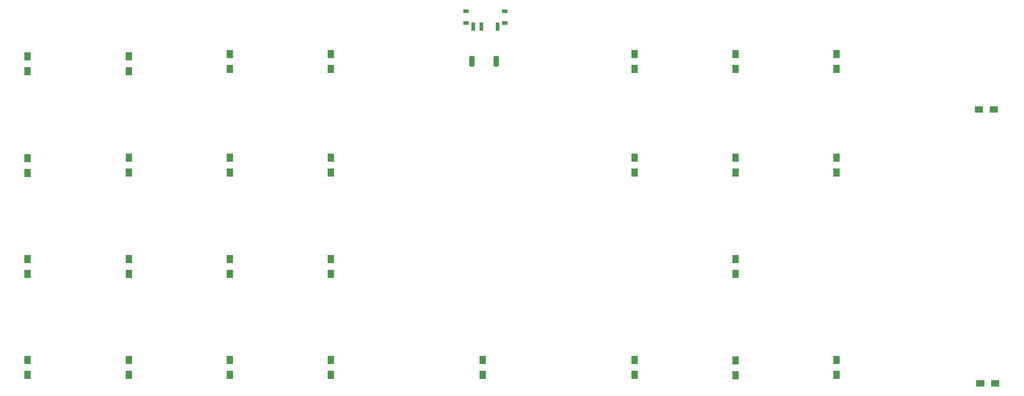
<source format=gtp>
G04 #@! TF.GenerationSoftware,KiCad,Pcbnew,(6.0.7-1)-1*
G04 #@! TF.CreationDate,2022-09-15T21:20:34+02:00*
G04 #@! TF.ProjectId,yts-pcb,7974732d-7063-4622-9e6b-696361645f70,rev?*
G04 #@! TF.SameCoordinates,Original*
G04 #@! TF.FileFunction,Paste,Top*
G04 #@! TF.FilePolarity,Positive*
%FSLAX46Y46*%
G04 Gerber Fmt 4.6, Leading zero omitted, Abs format (unit mm)*
G04 Created by KiCad (PCBNEW (6.0.7-1)-1) date 2022-09-15 21:20:34*
%MOMM*%
%LPD*%
G01*
G04 APERTURE LIST*
G04 Aperture macros list*
%AMRoundRect*
0 Rectangle with rounded corners*
0 $1 Rounding radius*
0 $2 $3 $4 $5 $6 $7 $8 $9 X,Y pos of 4 corners*
0 Add a 4 corners polygon primitive as box body*
4,1,4,$2,$3,$4,$5,$6,$7,$8,$9,$2,$3,0*
0 Add four circle primitives for the rounded corners*
1,1,$1+$1,$2,$3*
1,1,$1+$1,$4,$5*
1,1,$1+$1,$6,$7*
1,1,$1+$1,$8,$9*
0 Add four rect primitives between the rounded corners*
20,1,$1+$1,$2,$3,$4,$5,0*
20,1,$1+$1,$4,$5,$6,$7,0*
20,1,$1+$1,$6,$7,$8,$9,0*
20,1,$1+$1,$8,$9,$2,$3,0*%
G04 Aperture macros list end*
%ADD10RoundRect,0.250000X-0.250000X-0.750000X0.250000X-0.750000X0.250000X0.750000X-0.250000X0.750000X0*%
%ADD11R,0.700000X1.500000*%
%ADD12R,1.000000X0.800000*%
%ADD13R,1.600000X1.200000*%
%ADD14R,1.200000X1.600000*%
G04 APERTURE END LIST*
D10*
X209977958Y-106200000D03*
X205477958Y-106200000D03*
D11*
X205727958Y-99630000D03*
X207227958Y-99630000D03*
X210227958Y-99630000D03*
D12*
X211627958Y-96770000D03*
X211627958Y-98980000D03*
X204327958Y-96770000D03*
X204327958Y-98980000D03*
D13*
X300677958Y-115200000D03*
X303477958Y-115200000D03*
D14*
X235977958Y-165100000D03*
X235977958Y-162300000D03*
X140977958Y-165100000D03*
X140977958Y-162300000D03*
X178977958Y-146100000D03*
X178977958Y-143300000D03*
X121977958Y-108000000D03*
X121977958Y-105200000D03*
X159977958Y-146100000D03*
X159977958Y-143300000D03*
X273977958Y-127100000D03*
X273977958Y-124300000D03*
X121977958Y-146100000D03*
X121977958Y-143300000D03*
X235977958Y-107600000D03*
X235977958Y-104800000D03*
X178977958Y-107600000D03*
X178977958Y-104800000D03*
D13*
X300977958Y-166700000D03*
X303777958Y-166700000D03*
D14*
X254977958Y-146100000D03*
X254977958Y-143300000D03*
X140977958Y-127100000D03*
X140977958Y-124300000D03*
X159977958Y-165100000D03*
X159977958Y-162300000D03*
X121977958Y-165100000D03*
X121977958Y-162300000D03*
X273977958Y-165100000D03*
X273977958Y-162300000D03*
X178977958Y-165100000D03*
X178977958Y-162300000D03*
X140977958Y-146100000D03*
X140977958Y-143300000D03*
X254977958Y-107600000D03*
X254977958Y-104800000D03*
X235977958Y-127100000D03*
X235977958Y-124300000D03*
X121977958Y-127200000D03*
X121977958Y-124400000D03*
X159977958Y-107600000D03*
X159977958Y-104800000D03*
X273977958Y-107600000D03*
X273977958Y-104800000D03*
X207477958Y-165100000D03*
X207477958Y-162300000D03*
X178977958Y-127100000D03*
X178977958Y-124300000D03*
X159977958Y-127100000D03*
X159977958Y-124300000D03*
X254977958Y-165200000D03*
X254977958Y-162400000D03*
X254977958Y-127100000D03*
X254977958Y-124300000D03*
X140977958Y-108000000D03*
X140977958Y-105200000D03*
M02*

</source>
